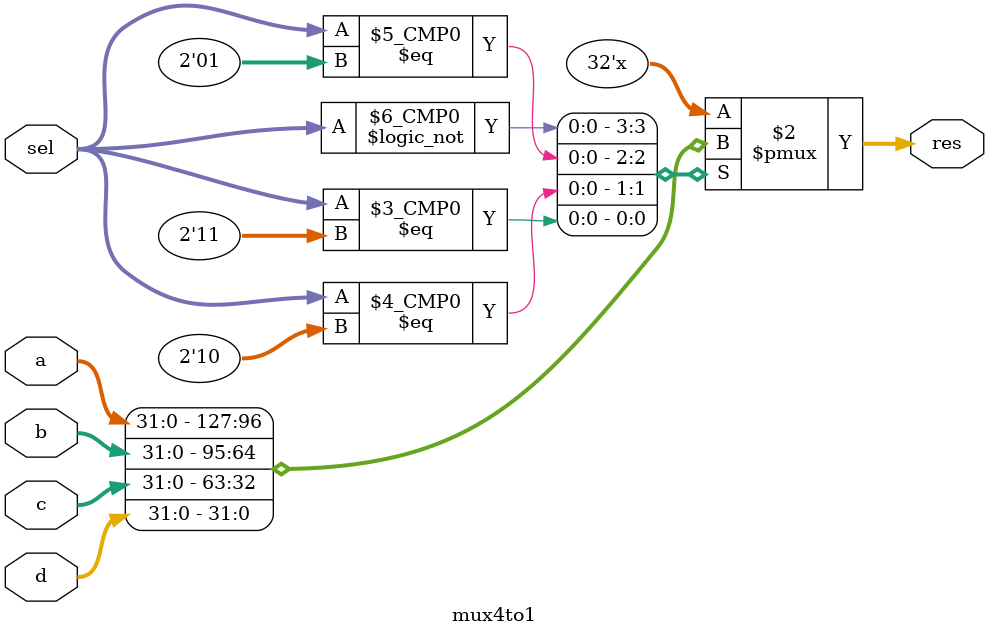
<source format=v>
`timescale 1ns / 1ps

module mux4to1(
    input [31:0]a,b,c,d,
    input [1:0]sel,

    output reg[31:0]res
);
    always @(*) begin
        case (sel)
            2'b00:res=a;
            2'b01:res=b;
            2'b10:res=c;
            2'b11:res=d;
        endcase
    end
endmodule
</source>
